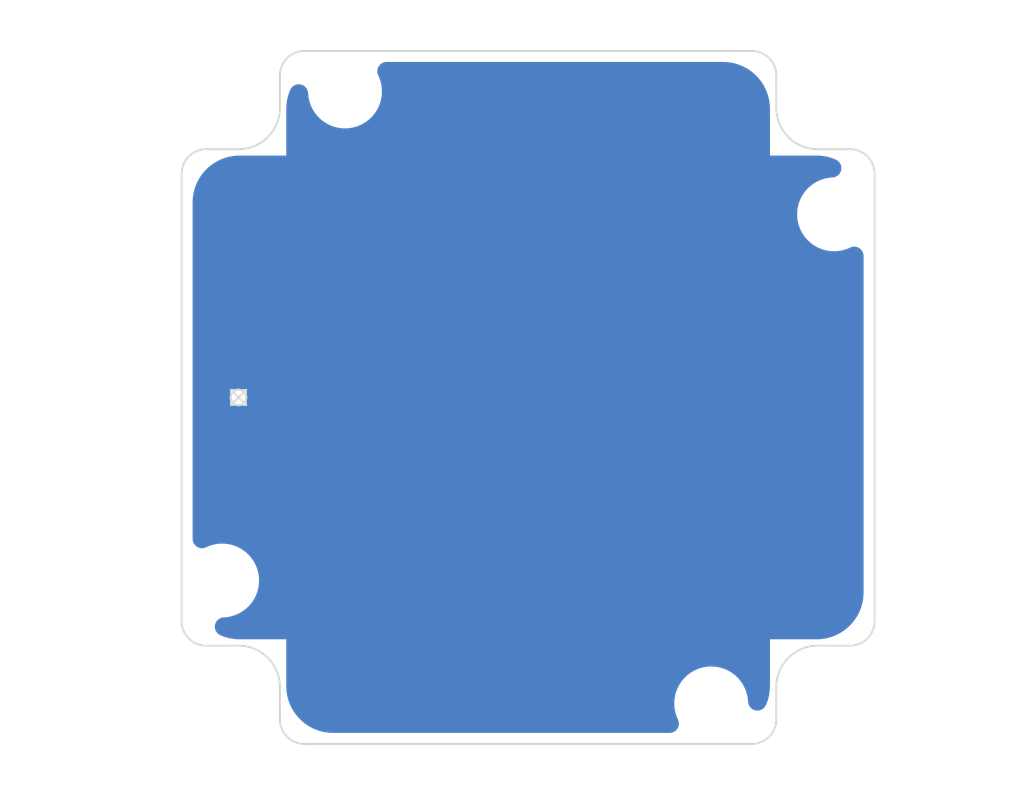
<source format=kicad_pcb>
(kicad_pcb (version 20221018) (generator pcbnew)
  (layers (0 "F.Cu" signal) (31 "B.Cu" signal) (35 "F.Paste" user) (37 "F.SilkS" user "F.Silkscreen") (39 "F.Mask" user) (44 "Edge.Cuts" user))
  (net 0 "")
  (footprint "ownCloud:3mm_NPTH" (layer "F.Cu") (at 152.73 110.02)
    (fp_text reference "REF**" hide)
    (fp_text value "3mm_NPTH" hide)
    (pad "" np_thru_hole circle (at 0 0) (size 3 3) (drill 3) (layers "*.Cu" "*.Mask" "F.SilkS") (clearance 1.5))
  )
  (footprint "ownCloud:3mm_NPTH" (layer "F.Cu") (at 142.73 149.82)
    (fp_text reference "REF**" hide)
    (fp_text value "3mm_NPTH" hide)
    (pad "" np_thru_hole circle (at 0 0) (size 3 3) (drill 3) (layers "*.Cu" "*.Mask" "F.SilkS") (clearance 1.5))
  )
  (footprint "ownCloud:3mm_NPTH" (layer "F.Cu") (at 182.53 159.82)
    (fp_text reference "REF**" hide)
    (fp_text value "3mm_NPTH" hide)
    (pad "" np_thru_hole circle (at 0 0) (size 3 3) (drill 3) (layers "*.Cu" "*.Mask" "F.SilkS") (clearance 1.5))
  )
  (footprint "ownCloud:3mm_NPTH" (layer "F.Cu") (at 192.53 120.02)
    (fp_text reference "REF**" hide)
    (fp_text value "3mm_NPTH" hide)
    (pad "" np_thru_hole circle (at 0 0) (size 3 3) (drill 3) (layers "*.Cu" "*.Mask" "F.SilkS") (clearance 1.5))
  )
  (gr_line (start 139.43 116.71) (end 139.43 153.13) (stroke (width 0.15)) (layer "Edge.Cuts"))
  (gr_arc (start 139.43 116.72) (mid 140.015786 115.305786) (end 141.43 114.72) (stroke (width 0.15)) (layer "Edge.Cuts"))
  (gr_line (start 147.43 111.35) (end 147.43 108.73) (stroke (width 0.15)) (layer "Edge.Cuts"))
  (gr_arc (start 141.43 155.12) (mid 140.015786 154.534214) (end 139.43 153.12) (stroke (width 0.15)) (layer "Edge.Cuts"))
  (gr_arc (start 187.83 158.49) (mid 188.81705 156.10705) (end 191.2 155.12) (stroke (width 0.15)) (layer "Edge.Cuts"))
  (gr_line (start 149.44 163.12) (end 185.82 163.12) (stroke (width 0.15)) (layer "Edge.Cuts"))
  (gr_arc (start 147.43 111.35) (mid 146.44295 113.73295) (end 144.06 114.72) (stroke (width 0.15)) (layer "Edge.Cuts"))
  (gr_line (start 193.83 114.72) (end 191.2 114.72) (stroke (width 0.15)) (layer "Edge.Cuts"))
  (gr_line (start 191.2 155.12) (end 193.83 155.12) (stroke (width 0.15)) (layer "Edge.Cuts"))
  (gr_arc (start 147.43 108.72) (mid 148.015786 107.305786) (end 149.43 106.72) (stroke (width 0.15)) (layer "Edge.Cuts"))
  (gr_line (start 149.44 106.72) (end 185.83 106.72) (stroke (width 0.15)) (layer "Edge.Cuts"))
  (gr_arc (start 191.2 114.72) (mid 188.81705 113.73295) (end 187.83 111.35) (stroke (width 0.15)) (layer "Edge.Cuts"))
  (gr_line (start 147.43 158.49) (end 147.43 161.12) (stroke (width 0.15)) (layer "Edge.Cuts"))
  (gr_arc (start 144.06 155.12) (mid 146.44295 156.10705) (end 147.43 158.49) (stroke (width 0.15)) (layer "Edge.Cuts"))
  (gr_arc (start 185.83 106.72) (mid 187.244214 107.305786) (end 187.83 108.72) (stroke (width 0.15)) (layer "Edge.Cuts"))
  (gr_arc (start 187.83 161.12) (mid 187.244214 162.534214) (end 185.83 163.12) (stroke (width 0.15)) (layer "Edge.Cuts"))
  (gr_arc (start 195.83 153.12) (mid 195.244214 154.534214) (end 193.83 155.12) (stroke (width 0.15)) (layer "Edge.Cuts"))
  (gr_line (start 195.83 153.11) (end 195.83 116.73) (stroke (width 0.15)) (layer "Edge.Cuts"))
  (gr_line (start 141.43 114.72) (end 144.06 114.72) (stroke (width 0.15)) (layer "Edge.Cuts"))
  (gr_arc (start 193.83 114.72) (mid 195.244214 115.305786) (end 195.83 116.72) (stroke (width 0.15)) (layer "Edge.Cuts"))
  (gr_arc (start 149.43 163.12) (mid 148.015786 162.534214) (end 147.43 161.12) (stroke (width 0.15)) (layer "Edge.Cuts"))
  (gr_line (start 141.44 155.12) (end 144.06 155.12) (stroke (width 0.15)) (layer "Edge.Cuts"))
  (gr_line (start 187.83 161.11) (end 187.83 158.49) (stroke (width 0.15)) (layer "Edge.Cuts"))
  (gr_line (start 187.83 111.35) (end 187.83 108.72) (stroke (width 0.15)) (layer "Edge.Cuts"))
  (target x (at 144.06 134.92) (size 1.27) (width 0.1524) (layer "Edge.Cuts"))
  (target plus (at 152.73 110.02) (size 0) (width 0.15) (layer "Edge.Cuts"))
  (zone (net 0) (net_name "") (layer "B.Cu") (connect_pads (clearance 1.524)) (min_thickness 1.524) (fill yes (thermal_gap 2.032) (thermal_bridge_width 2.032) (smoothing fillet) (radius 6.35))
    (polygon (pts (xy 187.315 115.235) (xy 194.935 115.235) (xy 194.935 154.605) (xy 187.315 154.605) (xy 187.315 162.225) (xy 147.945 162.225) (xy 147.945 154.605) (xy 140.325 154.605) (xy 140.325 115.235) (xy 147.945 115.235) (xy 147.945 107.615) (xy 187.315 107.615)))
  )
)
</source>
